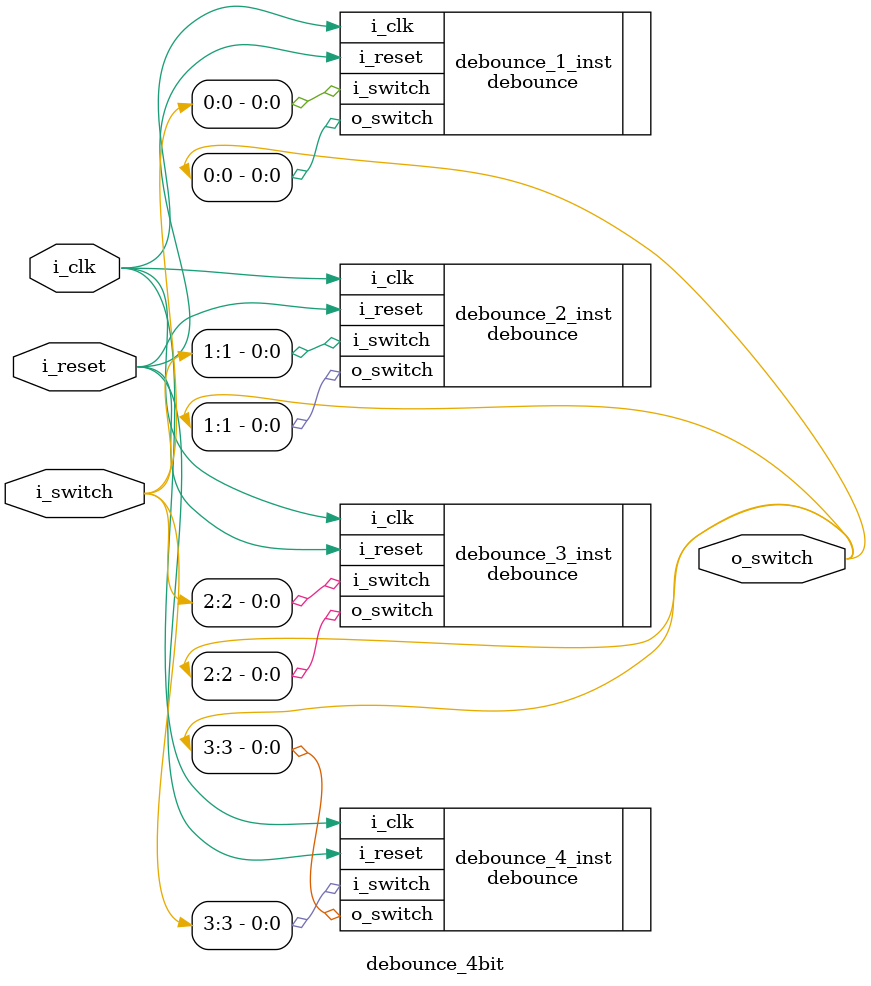
<source format=v>

module debounce_4bit #(
   parameter DEBOUNCE_TIME = 5000
)(
   output [3:0] o_switch,
   input  i_clk,
   input  i_reset,
   input  [3:0] i_switch 
);

debounce #( .DEBOUNCE_TIME(DEBOUNCE_TIME) ) debounce_1_inst(
   .o_switch(o_switch[0]),
   .i_clk(i_clk),
   .i_reset(i_reset),
   .i_switch(i_switch[0])
);

debounce #( .DEBOUNCE_TIME(DEBOUNCE_TIME) ) debounce_2_inst(
   .o_switch(o_switch[1]),
   .i_clk(i_clk),
   .i_reset(i_reset),
   .i_switch(i_switch[1])
);

debounce #( .DEBOUNCE_TIME(DEBOUNCE_TIME) ) debounce_3_inst(
   .o_switch(o_switch[2]),
   .i_clk(i_clk),
   .i_reset(i_reset),
   .i_switch(i_switch[2])
);

debounce #( .DEBOUNCE_TIME(DEBOUNCE_TIME) ) debounce_4_inst(
   .o_switch(o_switch[3]),
   .i_clk(i_clk),
   .i_reset(i_reset),
   .i_switch(i_switch[3])
);




endmodule
</source>
